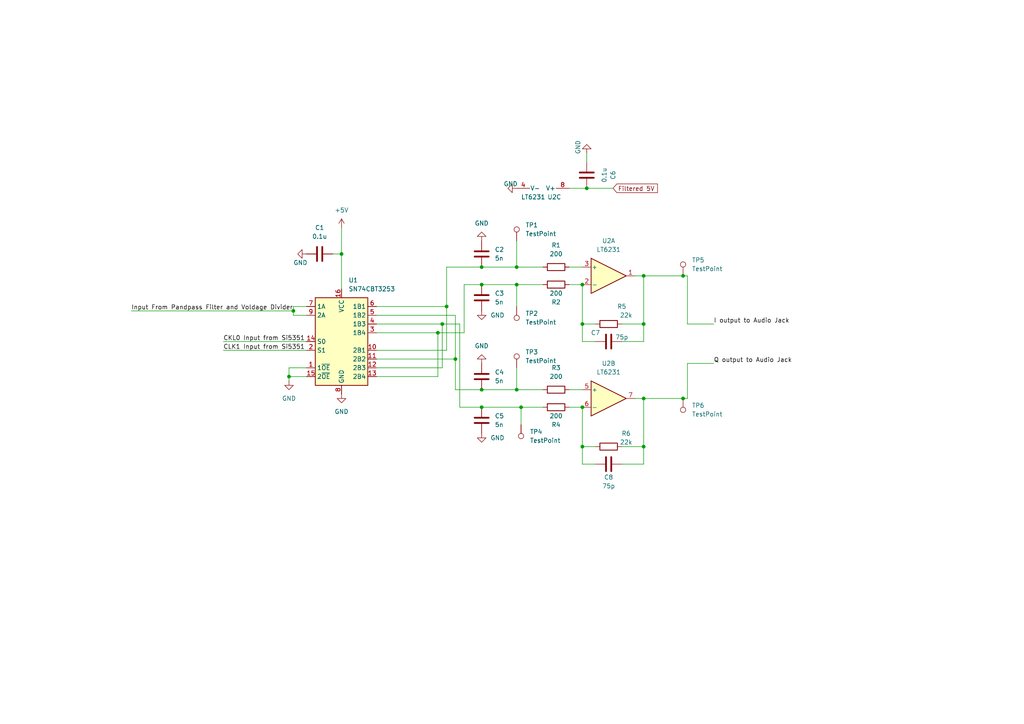
<source format=kicad_sch>
(kicad_sch (version 20211123) (generator eeschema)
  (paper "A4")
  (lib_symbols
    (symbol "Analog_Switch:SN74CBT3253"
      (property "Reference" "U" (at -7.62 13.97 0))
      (property "Value" "SN74CBT3253" (at -11.43 -13.97 0))
      (symbol "SN74CBT3253_0_1"
        (rectangle (start -7.62 12.7) (end 7.62 -12.7) (stroke (width 0.254)) (fill (type background)))
        (rectangle (start 7.62 -12.7) (end 7.62 -12.7))
      )
      (symbol "SN74CBT3253_1_1"
        (pin input line (at -10.16 -7.62 0) (length 2.54) (name "1~{OE}") (number "1"))
        (pin bidirectional line (at 10.16 -2.54 180) (length 2.54) (name "2B1") (number "10"))
        (pin bidirectional line (at 10.16 -5.08 180) (length 2.54) (name "2B2") (number "11"))
        (pin bidirectional line (at 10.16 -7.62 180) (length 2.54) (name "2B3") (number "12"))
        (pin bidirectional line (at 10.16 -10.16 180) (length 2.54) (name "2B4") (number "13"))
        (pin input line (at -10.16 0 0) (length 2.54) (name "S0") (number "14"))
        (pin input line (at -10.16 -10.16 0) (length 2.54) (name "2~{OE}") (number "15"))
        (pin power_in line (at 0 15.24 270) (length 2.54) (name "VCC") (number "16"))
        (pin input line (at -10.16 -2.54 0) (length 2.54) (name "S1") (number "2"))
        (pin bidirectional line (at 10.16 2.54 180) (length 2.54) (name "1B4") (number "3"))
        (pin bidirectional line (at 10.16 5.08 180) (length 2.54) (name "1B3") (number "4"))
        (pin bidirectional line (at 10.16 7.62 180) (length 2.54) (name "1B2") (number "5"))
        (pin bidirectional line (at 10.16 10.16 180) (length 2.54) (name "1B1") (number "6"))
        (pin bidirectional line (at -10.16 10.16 0) (length 2.54) (name "1A") (number "7"))
        (pin power_in line (at 0 -15.24 90) (length 2.54) (name "GND") (number "8"))
        (pin bidirectional line (at -10.16 7.62 0) (length 2.54) (name "2A") (number "9"))
      )
    )
    (symbol "Connector:TestPoint" (pin_numbers hide) (pin_names (offset 0.762) hide)
      (property "Reference" "TP" (at 0 6.858 0))
      (property "Value" "TestPoint" (at 0 5.08 0))
      (symbol "TestPoint_0_1"
        (circle (center 0 3.302) (radius 0.762))
      )
      (symbol "TestPoint_1_1"
        (pin passive line (at 0 0 90) (length 2.54) (name "1") (number "1"))
      )
    )
    (symbol "Device:C" (pin_numbers hide) (pin_names (offset 0.254))
      (property "Reference" "C" (at 0.635 2.54 0))
      (property "Value" "C" (at 0.635 -2.54 0))
      (symbol "C_0_1"
        (polyline (pts (xy -2.032 -0.762) (xy 2.032 -0.762)) (stroke (width 0.508)))
        (polyline (pts (xy -2.032 0.762) (xy 2.032 0.762)) (stroke (width 0.508)))
      )
      (symbol "C_1_1"
        (pin passive line (at 0 3.81 270) (length 2.794) (name "~") (number "1"))
        (pin passive line (at 0 -3.81 90) (length 2.794) (name "~") (number "2"))
      )
    )
    (symbol "Device:R" (pin_numbers hide) (pin_names (offset 0))
      (property "Reference" "R" (at 2.032 0 90))
      (property "Value" "R" (at 0 0 90))
      (symbol "R_0_1"
        (rectangle (start -1.016 -2.54) (end 1.016 2.54) (stroke (width 0.254)))
      )
      (symbol "R_1_1"
        (pin passive line (at 0 3.81 270) (length 1.27) (name "~") (number "1"))
        (pin passive line (at 0 -3.81 90) (length 1.27) (name "~") (number "2"))
      )
    )
    (symbol "lt6231:LT6231" (pin_names (offset 0.127))
      (property "Reference" "U" (at 0 5.08 0))
      (property "Value" "LT6231" (at 0 -5.08 0))
      (symbol "LT6231_1_1"
        (polyline (pts (xy -5.08 5.08) (xy 5.08 0) (xy -5.08 -5.08) (xy -5.08 5.08)) (stroke (width 0.254)) (fill (type background)))
        (pin output line (at 7.62 0 180) (length 2.54) (name "~") (number "1"))
        (pin input line (at -7.62 -2.54 0) (length 2.54) (name "-") (number "2"))
        (pin input line (at -7.62 2.54 0) (length 2.54) (name "+") (number "3"))
      )
      (symbol "LT6231_2_1"
        (polyline (pts (xy -5.08 5.08) (xy 5.08 0) (xy -5.08 -5.08) (xy -5.08 5.08)) (stroke (width 0.254)) (fill (type background)))
        (pin input line (at -7.62 2.54 0) (length 2.54) (name "+") (number "5"))
        (pin input line (at -7.62 -2.54 0) (length 2.54) (name "-") (number "6"))
        (pin output line (at 7.62 0 180) (length 2.54) (name "~") (number "7"))
      )
      (symbol "LT6231_3_1"
        (pin power_in line (at -2.54 -7.62 90) (length 3.81) (name "V-") (number "4"))
        (pin power_in line (at -2.54 7.62 270) (length 3.81) (name "V+") (number "8"))
      )
    )
    (symbol "power:+5V" (power) (pin_names (offset 0))
      (property "Value" "+5V" (at 0 3.556 0))
      (symbol "+5V_0_1"
        (polyline (pts (xy -0.762 1.27) (xy 0 2.54)))
        (polyline (pts (xy 0 0) (xy 0 2.54)))
        (polyline (pts (xy 0 2.54) (xy 0.762 1.27)))
      )
      (symbol "+5V_1_1"
        (pin power_in line (at 0 0 90) (length 0) hide (name "+5V") (number "1"))
      )
    )
    (symbol "power:GND" (power) (pin_names (offset 0))
      (property "Value" "GND" (at 0 -3.81 0))
      (symbol "GND_0_1"
        (polyline (pts (xy 0 0) (xy 0 -1.27) (xy 1.27 -1.27) (xy 0 -2.54) (xy -1.27 -1.27) (xy 0 -1.27)))
      )
      (symbol "GND_1_1"
        (pin power_in line (at 0 0 270) (length 0) hide (name "GND") (number "1"))
      )
    )
  )
  (junction (at 83.82 109.22))
  (junction (at 139.7 82.55))
  (junction (at 170.18 54.61))
  (junction (at 139.7 113.03))
  (junction (at 151.13 118.11))
  (junction (at 127 96.52))
  (junction (at 149.86 82.55))
  (junction (at 168.91 82.55))
  (junction (at 85.09 90.17))
  (junction (at 149.86 77.47))
  (junction (at 198.12 115.57))
  (junction (at 186.69 115.57))
  (junction (at 186.69 129.54))
  (junction (at 186.69 80.01))
  (junction (at 149.86 113.03))
  (junction (at 139.7 77.47))
  (junction (at 139.7 118.11))
  (junction (at 132.08 104.14))
  (junction (at 168.91 129.54))
  (junction (at 198.12 80.01))
  (junction (at 99.06 73.66))
  (junction (at 186.69 93.98))
  (junction (at 128.27 93.98))
  (junction (at 129.54 88.9))
  (junction (at 168.91 118.11))
  (junction (at 168.91 93.98))
  (wire (pts (xy 149.86 113.03) (xy 157.48 113.03)))
  (wire (pts (xy 99.06 66.04) (xy 99.06 73.66)))
  (wire (pts (xy 186.69 129.54) (xy 186.69 115.57)))
  (wire (pts (xy 128.27 93.98) (xy 133.35 93.98)))
  (wire (pts (xy 139.7 77.47) (xy 149.86 77.47)))
  (wire (pts (xy 172.72 129.54) (xy 168.91 129.54)))
  (wire (pts (xy 128.27 93.98) (xy 128.27 106.68)))
  (wire (pts (xy 132.08 104.14) (xy 132.08 113.03)))
  (wire (pts (xy 129.54 101.6) (xy 129.54 88.9)))
  (wire (pts (xy 85.09 90.17) (xy 85.09 91.44)))
  (wire (pts (xy 85.09 88.9) (xy 85.09 90.17)))
  (wire (pts (xy 109.22 109.22) (xy 127 109.22)))
  (wire (pts (xy 83.82 106.68) (xy 83.82 109.22)))
  (wire (pts (xy 149.86 88.9) (xy 149.86 82.55)))
  (wire (pts (xy 168.91 99.06) (xy 172.72 99.06)))
  (wire (pts (xy 186.69 80.01) (xy 198.12 80.01)))
  (wire (pts (xy 88.9 91.44) (xy 85.09 91.44)))
  (wire (pts (xy 129.54 77.47) (xy 139.7 77.47)))
  (wire (pts (xy 198.12 115.57) (xy 199.39 115.57)))
  (wire (pts (xy 109.22 106.68) (xy 128.27 106.68)))
  (wire (pts (xy 172.72 134.62) (xy 168.91 134.62)))
  (wire (pts (xy 83.82 109.22) (xy 83.82 110.49)))
  (wire (pts (xy 132.08 91.44) (xy 132.08 104.14)))
  (wire (pts (xy 168.91 93.98) (xy 168.91 99.06)))
  (wire (pts (xy 186.69 115.57) (xy 184.15 115.57)))
  (wire (pts (xy 139.7 113.03) (xy 149.86 113.03)))
  (wire (pts (xy 186.69 115.57) (xy 198.12 115.57)))
  (wire (pts (xy 109.22 96.52) (xy 127 96.52)))
  (wire (pts (xy 109.22 101.6) (xy 129.54 101.6)))
  (wire (pts (xy 199.39 105.41) (xy 207.01 105.41)))
  (wire (pts (xy 134.62 96.52) (xy 134.62 82.55)))
  (wire (pts (xy 186.69 80.01) (xy 186.69 93.98)))
  (wire (pts (xy 109.22 91.44) (xy 132.08 91.44)))
  (wire (pts (xy 186.69 93.98) (xy 186.69 99.06)))
  (wire (pts (xy 180.34 93.98) (xy 186.69 93.98)))
  (wire (pts (xy 151.13 123.19) (xy 151.13 118.11)))
  (wire (pts (xy 109.22 88.9) (xy 129.54 88.9)))
  (wire (pts (xy 38.1 90.17) (xy 85.09 90.17)))
  (wire (pts (xy 180.34 129.54) (xy 186.69 129.54)))
  (wire (pts (xy 165.1 118.11) (xy 168.91 118.11)))
  (wire (pts (xy 127 96.52) (xy 134.62 96.52)))
  (wire (pts (xy 199.39 80.01) (xy 199.39 93.98)))
  (wire (pts (xy 96.52 73.66) (xy 99.06 73.66)))
  (wire (pts (xy 134.62 82.55) (xy 139.7 82.55)))
  (wire (pts (xy 199.39 105.41) (xy 199.39 115.57)))
  (wire (pts (xy 180.34 134.62) (xy 186.69 134.62)))
  (wire (pts (xy 199.39 93.98) (xy 207.01 93.98)))
  (wire (pts (xy 186.69 134.62) (xy 186.69 129.54)))
  (wire (pts (xy 132.08 113.03) (xy 139.7 113.03)))
  (wire (pts (xy 170.18 46.99) (xy 170.18 44.45)))
  (wire (pts (xy 168.91 93.98) (xy 172.72 93.98)))
  (wire (pts (xy 64.77 101.6) (xy 88.9 101.6)))
  (wire (pts (xy 165.1 77.47) (xy 168.91 77.47)))
  (wire (pts (xy 151.13 118.11) (xy 157.48 118.11)))
  (wire (pts (xy 149.86 82.55) (xy 157.48 82.55)))
  (wire (pts (xy 109.22 93.98) (xy 128.27 93.98)))
  (wire (pts (xy 133.35 93.98) (xy 133.35 118.11)))
  (wire (pts (xy 180.34 99.06) (xy 186.69 99.06)))
  (wire (pts (xy 149.86 77.47) (xy 157.48 77.47)))
  (wire (pts (xy 168.91 82.55) (xy 168.91 93.98)))
  (wire (pts (xy 139.7 118.11) (xy 151.13 118.11)))
  (wire (pts (xy 88.9 106.68) (xy 83.82 106.68)))
  (wire (pts (xy 139.7 82.55) (xy 149.86 82.55)))
  (wire (pts (xy 127 96.52) (xy 127 109.22)))
  (wire (pts (xy 177.8 54.61) (xy 170.18 54.61)))
  (wire (pts (xy 198.12 80.01) (xy 199.39 80.01)))
  (wire (pts (xy 109.22 104.14) (xy 132.08 104.14)))
  (wire (pts (xy 168.91 129.54) (xy 168.91 118.11)))
  (wire (pts (xy 64.77 99.06) (xy 88.9 99.06)))
  (wire (pts (xy 149.86 69.85) (xy 149.86 77.47)))
  (wire (pts (xy 149.86 106.68) (xy 149.86 113.03)))
  (wire (pts (xy 85.09 88.9) (xy 88.9 88.9)))
  (wire (pts (xy 170.18 54.61) (xy 165.1 54.61)))
  (wire (pts (xy 165.1 82.55) (xy 168.91 82.55)))
  (wire (pts (xy 165.1 113.03) (xy 168.91 113.03)))
  (wire (pts (xy 83.82 109.22) (xy 88.9 109.22)))
  (wire (pts (xy 168.91 134.62) (xy 168.91 129.54)))
  (wire (pts (xy 186.69 80.01) (xy 184.15 80.01)))
  (wire (pts (xy 99.06 73.66) (xy 99.06 83.82)))
  (wire (pts (xy 129.54 88.9) (xy 129.54 77.47)))
  (wire (pts (xy 133.35 118.11) (xy 139.7 118.11)))
  (label "Q output to Audio Jack" (at 207.01 105.41 0))
  (label "CKL0 Input from Si5351" (at 64.77 99.06 0))
  (label "I output to Audio Jack" (at 207.01 93.98 0))
  (label "CLK1 Input from Si5351" (at 64.77 101.6 0))
  (label "Input From Pandpass Filter and Voldage Divider" (at 38.1 90.17 0))
  (global_label "Filtered 5V" (shape input) (at 177.8 54.61 0) (property "Intersheet References" "${INTERSHEET_REFS}" (effects hide)))
  (symbol (lib_id "Device:C") (at 139.7 109.22 180) (unit 1)
    (property "Reference" "C4" (at 143.51 107.9499 0) (effects (justify right)))
    (property "Value" "5n" (at 143.51 110.4899 0) (effects (justify right)))
    (property "Footprint" "Capacitor_SMD:C_0805_2012Metric" (effects hide))
    (property "Datasheet" "https://search.murata.co.jp/Ceramy/image/img/A01X/G101/ENG/GRM2195C1H512JA01-01.pdf" (effects hide))
  )
  (symbol (lib_id "power:GND") (at 170.18 44.45 180) (unit 1)
    (property "Reference" "#PWR010" (effects hide))
    (property "Value" "GND" (at 167.64 40.64 90) (effects (justify left)))
  )
  (symbol (lib_id "Connector:TestPoint") (at 149.86 88.9 180) (unit 1)
    (property "Reference" "TP2" (at 152.4 90.9319 0) (effects (justify right)))
    (property "Value" "TestPoint" (at 152.4 93.4719 0) (effects (justify right)))
    (property "Footprint" "TestPoint:TestPoint_THTPad_2.0x2.0mm_Drill1.0mm" (effects hide))
  )
  (symbol (lib_id "Device:R") (at 176.53 93.98 90) (unit 1)
    (property "Reference" "R5" (at 180.34 88.9 90))
    (property "Value" "22k" (at 181.61 91.44 90))
    (property "Footprint" "Resistor_SMD:R_0805_2012Metric" (effects hide))
    (property "Datasheet" "https://www.te.com/commerce/DocumentDelivery/DDEController?Action=srchrtrv&DocNm=1773204&DocType=DS&DocLang=English" (effects hide))
  )
  (symbol (lib_id "Device:C") (at 139.7 73.66 180) (unit 1)
    (property "Reference" "C2" (at 143.51 72.3899 0) (effects (justify right)))
    (property "Value" "5n" (at 143.51 74.9299 0) (effects (justify right)))
    (property "Footprint" "Capacitor_SMD:C_0805_2012Metric" (effects hide))
    (property "Datasheet" "https://search.murata.co.jp/Ceramy/image/img/A01X/G101/ENG/GRM2195C1H512JA01-01.pdf" (effects hide))
  )
  (symbol (lib_id "Device:R") (at 161.29 82.55 90) (unit 1)
    (property "Reference" "R2" (at 161.29 87.63 90))
    (property "Value" "200" (at 161.29 85.09 90))
    (property "Footprint" "Resistor_SMD:R_1206_3216Metric" (effects hide))
    (property "Datasheet" "https://www.koaspeer.com/pdfs/RK73G.pdf" (effects hide))
  )
  (symbol (lib_id "Device:C") (at 139.7 86.36 180) (unit 1)
    (property "Reference" "C3" (at 143.51 85.0899 0) (effects (justify right)))
    (property "Value" "5n" (at 143.51 87.6299 0) (effects (justify right)))
    (property "Footprint" "Capacitor_SMD:C_0805_2012Metric" (effects hide))
    (property "Datasheet" "https://search.murata.co.jp/Ceramy/image/img/A01X/G101/ENG/GRM2195C1H512JA01-01.pdf" (effects hide))
  )
  (symbol (lib_id "power:GND") (at 88.9 73.66 270) (unit 1)
    (property "Reference" "#PWR02" (effects hide))
    (property "Value" "GND" (at 85.09 76.2 90) (effects (justify left)))
  )
  (symbol (lib_id "Analog_Switch:SN74CBT3253") (at 99.06 99.06 0) (unit 1)
    (property "Reference" "U1" (at 101.0794 81.28 0) (effects (justify left)))
    (property "Value" "SN74CBT3253" (at 101.0794 83.82 0) (effects (justify left)))
    (property "Footprint" "Package_SO:SOIC-16_3.9x9.9mm_P1.27mm" (effects hide))
    (property "Datasheet" "http://www.ti.com/lit/gpn/sn74cbt3253" (effects hide))
  )
  (symbol (lib_id "lt6231:LT6231") (at 157.48 57.15 270) (unit 3)
    (property "Reference" "U2" (at 158.75 57.15 90) (effects (justify left)))
    (property "Value" "LT6231" (at 151.13 57.15 90) (effects (justify left)))
    (property "Footprint" "Package_SO:SOIC-8_3.9x4.9mm_P1.27mm" (effects hide))
    (property "Datasheet" "https://www.analog.com/media/en/technical-documentation/data-sheets/623012fc.pdf" (effects hide))
  )
  (symbol (lib_id "Device:C") (at 139.7 121.92 180) (unit 1)
    (property "Reference" "C5" (at 143.51 120.6499 0) (effects (justify right)))
    (property "Value" "5n" (at 143.51 123.1899 0) (effects (justify right)))
    (property "Footprint" "Capacitor_SMD:C_0805_2012Metric" (effects hide))
    (property "Datasheet" "https://search.murata.co.jp/Ceramy/image/img/A01X/G101/ENG/GRM2195C1H512JA01-01.pdf" (effects hide))
  )
  (symbol (lib_id "Connector:TestPoint") (at 149.86 106.68 0) (unit 1)
    (property "Reference" "TP3" (at 152.4 102.1079 0) (effects (justify left)))
    (property "Value" "TestPoint" (at 152.4 104.6479 0) (effects (justify left)))
    (property "Footprint" "TestPoint:TestPoint_THTPad_2.0x2.0mm_Drill1.0mm" (effects hide))
  )
  (symbol (lib_id "power:GND") (at 139.7 69.85 180) (unit 1)
    (property "Reference" "#PWR05" (effects hide))
    (property "Value" "GND" (at 139.7 64.77 0))
  )
  (symbol (lib_id "Device:C") (at 170.18 50.8 0) (unit 1)
    (property "Reference" "C6" (at 177.8 50.8 90))
    (property "Value" "0.1u" (at 175.26 50.8 90))
    (property "Footprint" "Capacitor_SMD:C_0805_2012Metric" (effects hide))
    (property "Datasheet" "https://www.cde.com/resources/catalogs/FCA.pdf" (effects hide))
  )
  (symbol (lib_id "Device:R") (at 161.29 118.11 90) (unit 1)
    (property "Reference" "R4" (at 161.29 123.19 90))
    (property "Value" "200" (at 161.29 120.65 90))
    (property "Footprint" "Resistor_SMD:R_1206_3216Metric" (effects hide))
    (property "Datasheet" "https://www.koaspeer.com/pdfs/RK73G.pdf" (effects hide))
  )
  (symbol (lib_id "Device:C") (at 176.53 99.06 270) (unit 1)
    (property "Reference" "C7" (at 172.72 96.52 90))
    (property "Value" "75p" (at 180.34 97.79 90))
    (property "Footprint" "Capacitor_SMD:C_0805_2012Metric" (effects hide))
    (property "Datasheet" "https://www.mouser.com/c/passive-components/capacitors/ceramic-capacitors/mlccs-multilayer-ceramic-capacitors/multilayer-ceramic-capacitors-mlcc-smd-smt/?capacitance=75%20pF&case%20code%20-%20in=0805&voltage%20rating%20dc=50%20VDC&instock=y" (effects hide))
  )
  (symbol (lib_id "power:GND") (at 149.86 54.61 270) (unit 1)
    (property "Reference" "#PWR09" (effects hide))
    (property "Value" "GND" (at 146.05 53.34 90) (effects (justify left)))
  )
  (symbol (lib_id "Connector:TestPoint") (at 198.12 80.01 0) (unit 1)
    (property "Reference" "TP5" (at 200.66 75.4379 0) (effects (justify left)))
    (property "Value" "TestPoint" (at 200.66 77.9779 0) (effects (justify left)))
    (property "Footprint" "TestPoint:TestPoint_THTPad_2.0x2.0mm_Drill1.0mm" (effects hide))
  )
  (symbol (lib_id "Connector:TestPoint") (at 198.12 115.57 180) (unit 1)
    (property "Reference" "TP6" (at 200.66 117.6019 0) (effects (justify right)))
    (property "Value" "TestPoint" (at 200.66 120.1419 0) (effects (justify right)))
    (property "Footprint" "TestPoint:TestPoint_THTPad_2.0x2.0mm_Drill1.0mm" (effects hide))
  )
  (symbol (lib_id "Device:C") (at 176.53 134.62 270) (unit 1)
    (property "Reference" "C8" (at 176.53 138.43 90))
    (property "Value" "75p" (at 176.53 140.97 90))
    (property "Footprint" "Capacitor_SMD:C_0805_2012Metric" (effects hide))
    (property "Datasheet" "https://www.mouser.com/c/passive-components/capacitors/ceramic-capacitors/mlccs-multilayer-ceramic-capacitors/multilayer-ceramic-capacitors-mlcc-smd-smt/?capacitance=75%20pF&case%20code%20-%20in=0805&voltage%20rating%20dc=50%20VDC&instock=y" (effects hide))
  )
  (symbol (lib_id "lt6231:LT6231") (at 176.53 80.01 0) (unit 1)
    (property "Reference" "U2" (at 176.53 69.85 0))
    (property "Value" "LT6231" (at 176.53 72.39 0))
    (property "Footprint" "Package_SO:SOIC-8_3.9x4.9mm_P1.27mm" (effects hide))
    (property "Datasheet" "https://www.analog.com/media/en/technical-documentation/data-sheets/623012fc.pdf" (effects hide))
  )
  (symbol (lib_id "Device:R") (at 176.53 129.54 90) (unit 1)
    (property "Reference" "R6" (at 181.61 125.73 90))
    (property "Value" "22k" (at 181.61 128.27 90))
    (property "Footprint" "Resistor_SMD:R_0805_2012Metric" (effects hide))
    (property "Datasheet" "https://www.te.com/commerce/DocumentDelivery/DDEController?Action=srchrtrv&DocNm=1773204&DocType=DS&DocLang=English" (effects hide))
  )
  (symbol (lib_id "power:GND") (at 139.7 125.73 0) (unit 1)
    (property "Reference" "#PWR08" (effects hide))
    (property "Value" "GND" (at 142.24 126.9999 0) (effects (justify left)))
  )
  (symbol (lib_id "Connector:TestPoint") (at 149.86 69.85 0) (unit 1)
    (property "Reference" "TP1" (at 152.4 65.2779 0) (effects (justify left)))
    (property "Value" "TestPoint" (at 152.4 67.8179 0) (effects (justify left)))
    (property "Footprint" "TestPoint:TestPoint_THTPad_2.0x2.0mm_Drill1.0mm" (effects hide))
  )
  (symbol (lib_id "power:GND") (at 83.82 110.49 0) (unit 1)
    (property "Reference" "#PWR01" (effects hide))
    (property "Value" "GND" (at 83.82 115.57 0))
  )
  (symbol (lib_id "power:GND") (at 99.06 114.3 0) (unit 1)
    (property "Reference" "#PWR04" (effects hide))
    (property "Value" "GND" (at 99.06 119.38 0))
  )
  (symbol (lib_id "power:GND") (at 139.7 90.17 0) (unit 1)
    (property "Reference" "#PWR06" (effects hide))
    (property "Value" "GND" (at 142.24 91.4399 0) (effects (justify left)))
  )
  (symbol (lib_id "Device:R") (at 161.29 113.03 90) (unit 1)
    (property "Reference" "R3" (at 161.29 106.68 90))
    (property "Value" "200" (at 161.29 109.22 90))
    (property "Footprint" "Resistor_SMD:R_1206_3216Metric" (effects hide))
    (property "Datasheet" "https://www.koaspeer.com/pdfs/RK73G.pdf" (effects hide))
  )
  (symbol (lib_id "Device:C") (at 92.71 73.66 90) (unit 1)
    (property "Reference" "C1" (at 92.71 66.04 90))
    (property "Value" "0.1u" (at 92.71 68.58 90))
    (property "Footprint" "Capacitor_SMD:C_0805_2012Metric" (effects hide))
    (property "Datasheet" "https://www.cde.com/resources/catalogs/FCA.pdf" (effects hide))
  )
  (symbol (lib_id "Connector:TestPoint") (at 151.13 123.19 180) (unit 1)
    (property "Reference" "TP4" (at 153.67 125.2219 0) (effects (justify right)))
    (property "Value" "TestPoint" (at 153.67 127.7619 0) (effects (justify right)))
    (property "Footprint" "TestPoint:TestPoint_THTPad_2.0x2.0mm_Drill1.0mm" (effects hide))
  )
  (symbol (lib_id "power:+5V") (at 99.06 66.04 0) (unit 1)
    (property "Reference" "#PWR03" (effects hide))
    (property "Value" "+5V" (at 99.06 60.96 0))
  )
  (symbol (lib_id "lt6231:LT6231") (at 176.53 115.57 0) (unit 2)
    (property "Reference" "U2" (at 176.53 105.41 0))
    (property "Value" "LT6231" (at 176.53 107.95 0))
    (property "Footprint" "Package_SO:SOIC-8_3.9x4.9mm_P1.27mm" (effects hide))
    (property "Datasheet" "https://www.analog.com/media/en/technical-documentation/data-sheets/623012fc.pdf" (effects hide))
  )
  (symbol (lib_id "power:GND") (at 139.7 105.41 180) (unit 1)
    (property "Reference" "#PWR07" (effects hide))
    (property "Value" "GND" (at 139.7 100.33 0))
  )
  (symbol (lib_id "Device:R") (at 161.29 77.47 90) (unit 1)
    (property "Reference" "R1" (at 161.29 71.12 90))
    (property "Value" "200" (at 161.29 73.66 90))
    (property "Footprint" "Resistor_SMD:R_1206_3216Metric" (effects hide))
    (property "Datasheet" "https://www.koaspeer.com/pdfs/RK73G.pdf" (effects hide))
  )
)
</source>
